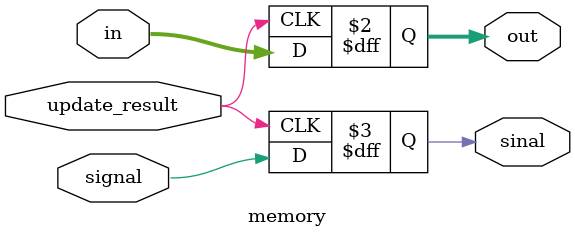
<source format=v>
module memory(input update_result, input signal, input [7:0]in, output [7:0]out, output sinal);
always @(posedge update_result) begin
out = in;
sinal = signal;
end
endmodule

</source>
